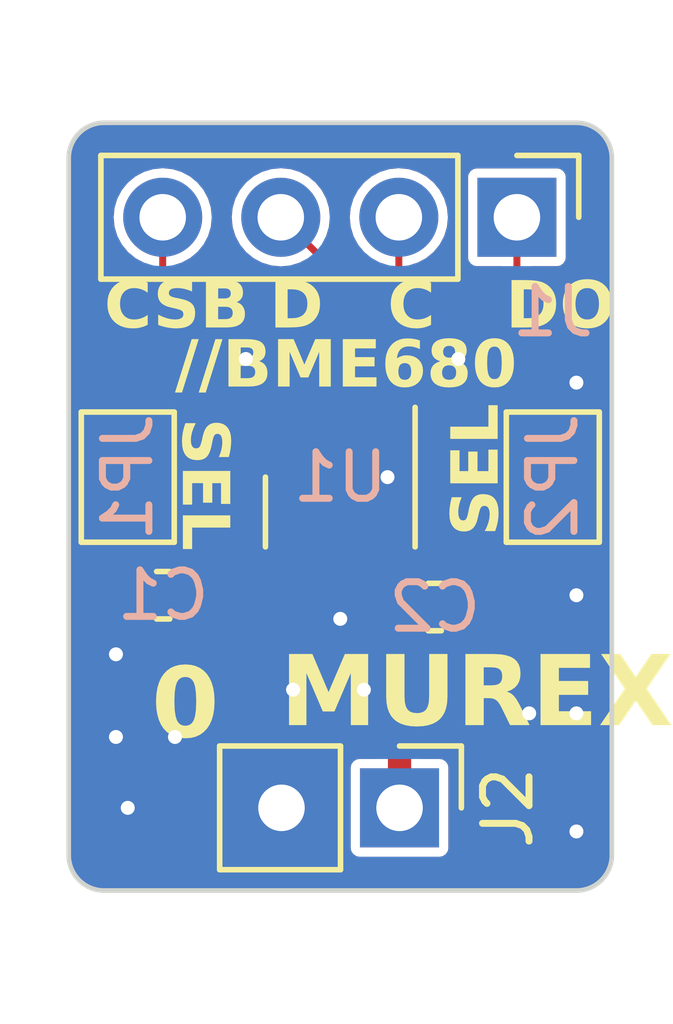
<source format=kicad_pcb>
(kicad_pcb (version 20230410) (generator pcbnew)
  (title_block (title "BME680 Breakout") (date "2023-08-18") (rev "V1.0") (company "MUREX Robotics [Byran Huang]") (comment 1 "// DO IT RIGHT, DO IT MUREX.") (comment 2 "// ATTEMPT THE IMPOSSIBLE.") (comment 4 "BME680 breakout board with I2C + SPI support"))
  (layers (0 "F.Cu" signal) (31 "B.Cu" signal) (34 "B.Paste" user) (35 "F.Paste" user) (36 "B.SilkS" user "B.Silkscreen") (37 "F.SilkS" user "F.Silkscreen") (38 "B.Mask" user) (39 "F.Mask" user) (44 "Edge.Cuts" user))
  (net 0 "")
  (net 1 "GND")
  (net 2 "+3.3V")
  (net 3 "/SDO")
  (net 4 "/SCK")
  (net 5 "/SDI")
  (net 6 "/CSB")
  (footprint "Package_LGA:Bosch_LGA-8_3x3mm_P0.8mm_ClockwisePinNumbering" (layer "F.Cu") (at 141.224 106.172)
    (fp_text reference "U1" (at 0 0) (layer "B.SilkS") (effects (font (thickness 0.15) bold) (justify mirror)))
    (fp_text value "BME680")
    (fp_line (start -1.61 0) (end -1.61 1.5) (stroke (width 0.12)) (layer "F.SilkS"))
    (fp_line (start 1.61 -1.5) (end 1.61 1.5) (stroke (width 0.12)) (layer "F.SilkS"))
    (pad "1" smd roundrect (at -1.2 -1.1875) (size 0.5 0.525) (layers "F.Cu" "F.Paste" "F.Mask") (net 1 "GND"))
    (pad "2" smd roundrect (at -0.4 -1.1875) (size 0.5 0.525) (layers "F.Cu" "F.Paste" "F.Mask") (net 6 "/CSB"))
    (pad "3" smd roundrect (at 0.4 -1.1875) (size 0.5 0.525) (layers "F.Cu" "F.Paste" "F.Mask") (net 5 "/SDI"))
    (pad "4" smd roundrect (at 1.2 -1.1875) (size 0.5 0.525) (layers "F.Cu" "F.Paste" "F.Mask") (net 4 "/SCK"))
    (pad "5" smd roundrect (at 1.2 1.1875) (size 0.5 0.525) (layers "F.Cu" "F.Paste" "F.Mask") (net 3 "/SDO"))
    (pad "6" smd roundrect (at 0.4 1.1875) (size 0.5 0.525) (layers "F.Cu" "F.Paste" "F.Mask") (net 2 "+3.3V"))
    (pad "7" smd roundrect (at -0.4 1.1875) (size 0.5 0.525) (layers "F.Cu" "F.Paste" "F.Mask") (net 1 "GND"))
    (pad "8" smd roundrect (at -1.2 1.1875) (size 0.5 0.525) (layers "F.Cu" "F.Paste" "F.Mask") (net 2 "+3.3V"))
  )
  (footprint "Capacitor_SMD:C_0603_1608Metric" (layer "F.Cu") (at 143.256 108.966)
    (fp_text reference "C2" (at 0 0) (layer "B.SilkS") (effects (font (thickness 0.15) bold) (justify mirror)))
    (fp_text value "100nF")
    (fp_line (start -0.14058 -0.51) (end 0.14058 -0.51) (stroke (width 0.12)) (layer "F.SilkS"))
    (fp_line (start -0.14058 0.51) (end 0.14058 0.51) (stroke (width 0.12)) (layer "F.SilkS"))
    (pad "1" smd roundrect (at -0.775 0) (size 0.9 0.95) (layers "F.Cu" "F.Paste" "F.Mask") (net 2 "+3.3V"))
    (pad "2" smd roundrect (at 0.775 0) (size 0.9 0.95) (layers "F.Cu" "F.Paste" "F.Mask") (net 1 "GND"))
  )
  (footprint "Jumper:SolderJumper-2_P1.3mm_Open_Pad1.0x1.5mm" (layer "F.Cu") (at 145.796 106.172 -90)
    (fp_text reference "JP2" (at 0 0 270) (layer "B.SilkS") (effects (font (thickness 0.15) bold) (justify mirror)))
    (fp_text value "SEL")
    (fp_line (start -1.4 1) (end -1.4 -1) (stroke (width 0.12)) (layer "F.SilkS"))
    (fp_line (start 1.4 1) (end -1.4 1) (stroke (width 0.12)) (layer "F.SilkS"))
    (fp_line (start -1.4 -1) (end 1.4 -1) (stroke (width 0.12)) (layer "F.SilkS"))
    (fp_line (start 1.4 -1) (end 1.4 1) (stroke (width 0.12)) (layer "F.SilkS"))
    (pad "1" smd rect (at -0.649999 0 270) (size 1 1.5) (layers "F.Cu" "F.Mask") (net 3 "/SDO"))
    (pad "2" smd rect (at 0.649999 0 270) (size 1 1.5) (layers "F.Cu" "F.Mask") (net 1 "GND"))
  )
  (footprint "Connector_PinHeader_2.54mm:PinHeader_1x04_P2.54mm_Vertical" (layer "F.Cu") (at 145.024 100.584 -90)
    (fp_text reference "J1" (at 2.032 -0.772 180) (layer "B.SilkS") (effects (font (thickness 0.15) bold) (justify mirror)))
    (fp_text value "Conn_01x04")
    (fp_line (start -1.33 8.95) (end 1.33 8.95) (stroke (width 0.12)) (layer "F.SilkS"))
    (fp_line (start -1.33 1.270001) (end -1.33 8.95) (stroke (width 0.12)) (layer "F.SilkS"))
    (fp_line (start -1.33 1.270001) (end 1.33 1.270001) (stroke (width 0.12)) (layer "F.SilkS"))
    (fp_line (start 1.33 1.270001) (end 1.33 8.95) (stroke (width 0.12)) (layer "F.SilkS"))
    (fp_line (start -1.33 0) (end -1.33 -1.33) (stroke (width 0.12)) (layer "F.SilkS"))
    (fp_line (start -1.33 -1.33) (end 0 -1.33) (stroke (width 0.12)) (layer "F.SilkS"))
    (pad "1" thru_hole rect (at 0 0 270) (size 1.7 1.7) (drill 1) (layers "*.Cu" "*.Mask") (net 3 "/SDO"))
    (pad "2" thru_hole oval (at 0 2.54 270) (size 1.7 1.7) (drill 1) (layers "*.Cu" "*.Mask") (net 4 "/SCK"))
    (pad "3" thru_hole oval (at 0 5.079999 270) (size 1.7 1.7) (drill 1) (layers "*.Cu" "*.Mask") (net 5 "/SDI"))
    (pad "4" thru_hole oval (at 0 7.62 270) (size 1.7 1.7) (drill 1) (layers "*.Cu" "*.Mask") (net 6 "/CSB"))
  )
  (footprint "Connector_PinHeader_2.54mm:PinHeader_1x02_P2.54mm_Vertical" (layer "F.Cu") (at 142.499 113.284 -90)
    (fp_text reference "J2" (at 0 -2.33 90) (layer "F.SilkS") (effects (font (thickness 0.15) bold)))
    (fp_text value "Conn_01x02")
    (fp_line (start -1.33 3.87) (end 1.33 3.87) (stroke (width 0.12)) (layer "F.SilkS"))
    (fp_line (start -1.33 1.270001) (end -1.33 3.87) (stroke (width 0.12)) (layer "F.SilkS"))
    (fp_line (start -1.33 1.270001) (end 1.33 1.270001) (stroke (width 0.12)) (layer "F.SilkS"))
    (fp_line (start 1.33 1.270001) (end 1.33 3.87) (stroke (width 0.12)) (layer "F.SilkS"))
    (fp_line (start -1.33 0) (end -1.33 -1.33) (stroke (width 0.12)) (layer "F.SilkS"))
    (fp_line (start -1.33 -1.33) (end 0 -1.33) (stroke (width 0.12)) (layer "F.SilkS"))
    (pad "1" thru_hole rect (at 0 0 270) (size 1.7 1.7) (drill 1) (layers "*.Cu" "*.Mask") (net 2 "+3.3V"))
    (pad "2" thru_hole oval (at 0 2.54 270) (size 1.7 1.7) (drill 1) (layers "*.Cu" "*.Mask") (net 1 "GND"))
  )
  (footprint "Jumper:SolderJumper-2_P1.3mm_Open_Pad1.0x1.5mm" (layer "F.Cu") (at 136.652 106.172 -90)
    (fp_text reference "JP1" (at 0 0 270) (layer "B.SilkS") (effects (font (thickness 0.15) bold) (justify mirror)))
    (fp_text value "SEL")
    (fp_line (start -1.4 1) (end -1.4 -1) (stroke (width 0.12)) (layer "F.SilkS"))
    (fp_line (start 1.4 1) (end -1.4 1) (stroke (width 0.12)) (layer "F.SilkS"))
    (fp_line (start -1.4 -1) (end 1.4 -1) (stroke (width 0.12)) (layer "F.SilkS"))
    (fp_line (start 1.4 -1) (end 1.4 1) (stroke (width 0.12)) (layer "F.SilkS"))
    (pad "1" smd rect (at -0.649999 0 270) (size 1 1.5) (layers "F.Cu" "F.Mask") (net 6 "/CSB"))
    (pad "2" smd rect (at 0.649999 0 270) (size 1 1.5) (layers "F.Cu" "F.Mask") (net 2 "+3.3V"))
  )
  (footprint "Capacitor_SMD:C_0603_1608Metric" (layer "F.Cu") (at 137.414 108.712)
    (fp_text reference "C1" (at 0 0) (layer "B.SilkS") (effects (font (thickness 0.15) bold) (justify mirror)))
    (fp_text value "100nF")
    (fp_line (start -0.14058 -0.51) (end 0.14058 -0.51) (stroke (width 0.12)) (layer "F.SilkS"))
    (fp_line (start -0.14058 0.51) (end 0.14058 0.51) (stroke (width 0.12)) (layer "F.SilkS"))
    (pad "1" smd roundrect (at -0.775 0) (size 0.9 0.95) (layers "F.Cu" "F.Paste" "F.Mask") (net 1 "GND"))
    (pad "2" smd roundrect (at 0.775 0) (size 0.9 0.95) (layers "F.Cu" "F.Paste" "F.Mask") (net 2 "+3.3V"))
  )
  (gr_line (start 135.382 114.3) (end 135.382 99.314) (stroke (width 0.1)) (layer "Edge.Cuts"))
  (gr_arc (start 135.382 99.314) (mid 135.605185 98.775185) (end 136.144 98.552) (stroke (width 0.1)) (layer "Edge.Cuts"))
  (gr_arc (start 136.144 115.062) (mid 135.605185 114.838815) (end 135.382 114.3) (stroke (width 0.1)) (layer "Edge.Cuts"))
  (gr_line (start 136.144 98.552) (end 146.304 98.552) (stroke (width 0.1)) (layer "Edge.Cuts"))
  (gr_line (start 146.304 115.062) (end 136.144 115.062) (stroke (width 0.1)) (layer "Edge.Cuts"))
  (gr_arc (start 146.304 98.552) (mid 146.842815 98.775185) (end 147.066 99.314) (stroke (width 0.1)) (layer "Edge.Cuts"))
  (gr_line (start 147.066 99.314) (end 147.066 114.3) (stroke (width 0.1)) (layer "Edge.Cuts"))
  (gr_arc (start 147.066 114.3) (mid 146.842815 114.838815) (end 146.304 115.062) (stroke (width 0.1)) (layer "Edge.Cuts"))
  (gr_text "D" (at 139.7 103.124) (layer "F.SilkS") (effects (font (size 1 1) (thickness 0.2) bold) (justify left bottom)))
  (gr_text "DO" (at 144.78 103.124) (layer "F.SilkS") (effects (font (size 1 1) (thickness 0.2) bold) (justify left bottom)))
  (gr_text "C" (at 142.24 103.124) (layer "F.SilkS") (effects (font (size 1 1) (thickness 0.2) bold) (justify left bottom)))
  (gr_text "//BME680" (at 137.668 104.394) (layer "F.SilkS") (effects (font (size 1 1) (thickness 0.2) bold) (justify left bottom)))
  (gr_text "MUREX" (at 139.929 111.76) (layer "F.SilkS") (effects (font (size 1.5 1.5) (thickness 0.2) bold) (justify left bottom)))
  (gr_text "SEL" (at 137.668 104.902 -90) (layer "F.SilkS") (effects (font (size 1 1) (thickness 0.2) bold) (justify left bottom)))
  (gr_text "0" (at 137.16 112.014) (layer "F.SilkS") (effects (font (size 1.5 1.5) (thickness 0.2) bold) (justify left bottom)))
  (gr_text "SEL" (at 144.78 107.442 90) (layer "F.SilkS") (effects (font (size 1 1) (thickness 0.2) bold) (justify left bottom)))
  (gr_text "CSB" (at 136.144 103.124) (layer "F.SilkS") (effects (font (size 1 1) (thickness 0.2) bold) (justify left bottom)))
  (via (at 146.304 108.712) (size 0.5) (drill 0.3) (layers "F.Cu" "B.Cu") (net 1))
  (via (at 136.652 113.284) (size 0.5) (drill 0.3) (layers "F.Cu" "B.Cu") (net 1))
  (via (at 139.192 103.632) (size 0.5) (drill 0.3) (layers "F.Cu" "B.Cu") (net 1))
  (via (at 146.304 111.252) (size 0.5) (drill 0.3) (layers "F.Cu" "B.Cu") (net 1))
  (via (at 146.304 113.792) (size 0.5) (drill 0.3) (layers "F.Cu" "B.Cu") (net 1))
  (via (at 145.288 111.252) (size 0.5) (drill 0.3) (layers "F.Cu" "B.Cu") (net 1))
  (via (at 141.224 109.22) (size 0.5) (drill 0.3) (layers "F.Cu" "B.Cu") (net 1))
  (via (at 136.398 109.982) (size 0.5) (drill 0.3) (layers "F.Cu" "B.Cu") (net 1))
  (via (at 140.208 110.744) (size 0.5) (drill 0.3) (layers "F.Cu" "B.Cu") (net 1))
  (via (at 143.764 103.632) (size 0.5) (drill 0.3) (layers "F.Cu" "B.Cu") (net 1))
  (via (at 142.24 106.172) (size 0.5) (drill 0.3) (layers "F.Cu" "B.Cu") (net 1))
  (via (at 141.732 110.744) (size 0.5) (drill 0.3) (layers "F.Cu" "B.Cu") (net 1))
  (via (at 137.668 111.76) (size 0.5) (drill 0.3) (layers "F.Cu" "B.Cu") (net 1))
  (via (at 136.398 111.76) (size 0.5) (drill 0.3) (layers "F.Cu" "B.Cu") (net 1))
  (via (at 146.304 104.14) (size 0.5) (drill 0.3) (layers "F.Cu" "B.Cu") (net 1))
  (segment (start 141.1915 106.6475) (end 141.624 107.08) (width 0.5) (layer "F.Cu") (net 2))
  (segment (start 141.624 107.08) (end 141.624 107.3595) (width 0.5) (layer "F.Cu") (net 2))
  (segment (start 140.024 106.9715) (end 139.7 106.6475) (width 0.5) (layer "F.Cu") (net 2))
  (segment (start 138.6715 108.712) (end 138.189 108.712) (width 0.5) (layer "F.Cu") (net 2))
  (segment (start 136.826499 106.6475) (end 139.7 106.6475) (width 0.5) (layer "F.Cu") (net 2))
  (segment (start 142.481 108.966) (end 142.499 108.984) (width 0.5) (layer "F.Cu") (net 2))
  (segment (start 141.624 107.3595) (end 141.624 108.109) (width 0.5) (layer "F.Cu") (net 2))
  (segment (start 141.624 108.109) (end 142.481 108.966) (width 0.5) (layer "F.Cu") (net 2))
  (segment (start 136.652 106.821999) (end 136.826499 106.6475) (width 0.5) (layer "F.Cu") (net 2))
  (segment (start 140.024 107.3595) (end 140.024 106.9715) (width 0.5) (layer "F.Cu") (net 2))
  (segment (start 140.024 107.3595) (end 138.6715 108.712) (width 0.5) (layer "F.Cu") (net 2))
  (segment (start 142.499 108.984) (end 142.499 113.284) (width 0.5) (layer "F.Cu") (net 2))
  (segment (start 139.7 106.6475) (end 141.1915 106.6475) (width 0.5) (layer "F.Cu") (net 2))
  (segment (start 145.024 104.750001) (end 145.796 105.522001) (width 0.15) (layer "F.Cu") (net 3))
  (segment (start 142.424 107.3595) (end 144.261499 105.522001) (width 0.15) (layer "F.Cu") (net 3))
  (segment (start 144.261499 105.522001) (end 145.796 105.522001) (width 0.15) (layer "F.Cu") (net 3))
  (segment (start 145.024 100.584) (end 145.024 104.750001) (width 0.15) (layer "F.Cu") (net 3))
  (segment (start 142.484 104.9245) (end 142.424 104.9845) (width 0.15) (layer "F.Cu") (net 4))
  (segment (start 142.484 100.584) (end 142.484 104.9245) (width 0.15) (layer "F.Cu") (net 4))
  (segment (start 139.944001 100.584) (end 141.624 102.263999) (width 0.15) (layer "F.Cu") (net 5))
  (segment (start 141.624 102.263999) (end 141.624 104.9845) (width 0.15) (layer "F.Cu") (net 5))
  (segment (start 140.824 104.9845) (end 140.824 104.957022) (width 0.15) (layer "F.Cu") (net 6))
  (segment (start 137.404 100.584) (end 137.404 104.770001) (width 0.15) (layer "F.Cu") (net 6))
  (segment (start 140.5485 105.232522) (end 140.5485 105.287478) (width 0.15) (layer "F.Cu") (net 6))
  (segment (start 140.313977 105.522001) (end 136.652 105.522001) (width 0.15) (layer "F.Cu") (net 6))
  (segment (start 140.5485 105.287478) (end 140.313977 105.522001) (width 0.15) (layer "F.Cu") (net 6))
  (segment (start 137.404 104.770001) (end 136.652 105.522001) (width 0.15) (layer "F.Cu") (net 6))
  (segment (start 140.824 104.957022) (end 140.5485 105.232522) (width 0.15) (layer "F.Cu") (net 6))
  (zone (net 1) (net_name "GND") (layers "F&B.Cu") (connect_pads yes (clearance 0.1)) (min_thickness 0.1) (fill yes (thermal_gap 0.5) (thermal_bridge_width 0.5))
    (polygon (pts (xy 135.128 98.044) (xy 135.128 115.316) (xy 147.32 115.316) (xy 147.32 98.044)))
  )
)
</source>
